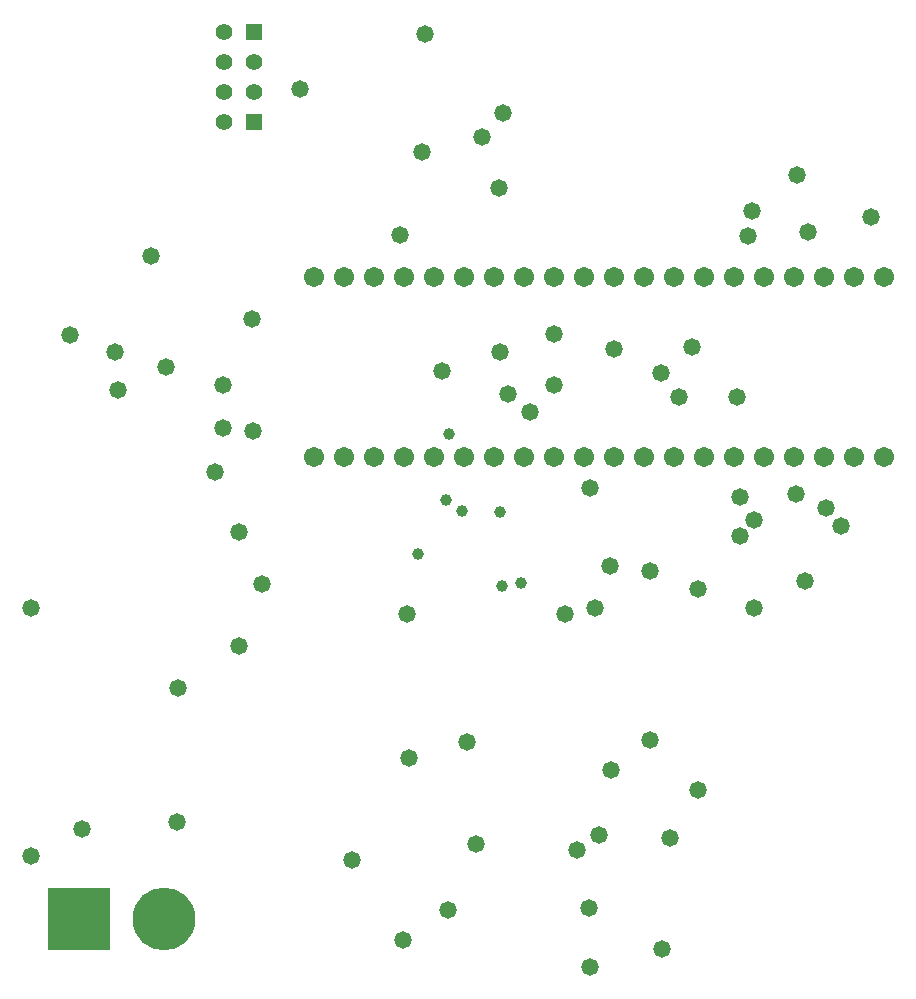
<source format=gbs>
G04*
G04 #@! TF.GenerationSoftware,Altium Limited,Altium Designer,19.1.5 (86)*
G04*
G04 Layer_Color=16711935*
%FSLAX44Y44*%
%MOMM*%
G71*
G01*
G75*
%ADD81R,1.3652X1.3652*%
%ADD82C,1.4034*%
%ADD83C,5.3032*%
%ADD84R,5.3032X5.3032*%
%ADD85C,1.7032*%
%ADD86C,1.4732*%
%ADD87C,1.0028*%
D81*
X203200Y727710D02*
D03*
Y803910D02*
D03*
D82*
Y753110D02*
D03*
Y778510D02*
D03*
X177800D02*
D03*
Y753110D02*
D03*
Y727710D02*
D03*
Y803910D02*
D03*
D83*
X127000Y53340D02*
D03*
D84*
X55370D02*
D03*
D85*
X482893Y444500D02*
D03*
X457493D02*
D03*
X432093D02*
D03*
X381293D02*
D03*
X406693D02*
D03*
X355693D02*
D03*
X330493D02*
D03*
X305093D02*
D03*
X279693D02*
D03*
X254293D02*
D03*
Y596900D02*
D03*
X279693D02*
D03*
X305093D02*
D03*
X330493D02*
D03*
X355693D02*
D03*
X406693D02*
D03*
X381293D02*
D03*
X432093D02*
D03*
X457493D02*
D03*
X482893D02*
D03*
X508293Y444500D02*
D03*
X533693D02*
D03*
X559093D02*
D03*
X584493D02*
D03*
X609893D02*
D03*
X660693D02*
D03*
X635293D02*
D03*
X686093D02*
D03*
X711493D02*
D03*
X736893D02*
D03*
Y596900D02*
D03*
X711493D02*
D03*
X686093D02*
D03*
X635293D02*
D03*
X660693D02*
D03*
X609693D02*
D03*
X584493D02*
D03*
X559093D02*
D03*
X533693D02*
D03*
X508293D02*
D03*
D86*
X491490Y316230D02*
D03*
X505460Y179070D02*
D03*
X538480Y347980D02*
D03*
Y204470D02*
D03*
X554990Y121920D02*
D03*
X487680Y12700D02*
D03*
X476250Y111760D02*
D03*
X495300Y124460D02*
D03*
X383540Y203200D02*
D03*
X328930Y35560D02*
D03*
X347980Y802640D02*
D03*
X508000Y535940D02*
D03*
X624840Y652780D02*
D03*
X662940Y683260D02*
D03*
X725170Y647700D02*
D03*
X671970Y634860D02*
D03*
X326390Y632460D02*
D03*
X621030Y631190D02*
D03*
X396522Y715292D02*
D03*
X345440Y702310D02*
D03*
X410210Y671830D02*
D03*
X414020Y735330D02*
D03*
X574040Y537210D02*
D03*
X201676Y560578D02*
D03*
X548640Y27940D02*
D03*
X486410Y62230D02*
D03*
X457200Y548640D02*
D03*
X137795Y135255D02*
D03*
X190500Y284480D02*
D03*
Y381000D02*
D03*
X170180Y431800D02*
D03*
X209550Y336550D02*
D03*
X138430Y248920D02*
D03*
X57150Y129540D02*
D03*
X391160Y116840D02*
D03*
X285750Y102870D02*
D03*
X334010Y189230D02*
D03*
X332740Y311150D02*
D03*
X669290Y339090D02*
D03*
X115570Y614680D02*
D03*
X46990Y547370D02*
D03*
X626110Y316230D02*
D03*
X87919Y500900D02*
D03*
X85090Y533400D02*
D03*
X367030Y60960D02*
D03*
X687070Y401320D02*
D03*
X699770Y386080D02*
D03*
X614774Y410116D02*
D03*
X626110Y391160D02*
D03*
X614680Y377190D02*
D03*
X436880Y482600D02*
D03*
X457200Y505460D02*
D03*
X411480Y533400D02*
D03*
X361950Y516890D02*
D03*
X13970Y106680D02*
D03*
X661670Y412750D02*
D03*
X128270Y520700D02*
D03*
X612140Y495300D02*
D03*
X579120Y332740D02*
D03*
Y162560D02*
D03*
X466090Y311150D02*
D03*
X504190Y351790D02*
D03*
X562610Y495300D02*
D03*
X487680Y417830D02*
D03*
X13970Y316230D02*
D03*
X242446Y755774D02*
D03*
X201930Y466090D02*
D03*
X176530Y468630D02*
D03*
Y505460D02*
D03*
X417830Y497840D02*
D03*
X547370Y515620D02*
D03*
D87*
X379214Y398264D02*
D03*
X365760Y407670D02*
D03*
X412750Y335280D02*
D03*
X411480Y397510D02*
D03*
X341630Y361950D02*
D03*
X429260Y337820D02*
D03*
X368300Y463550D02*
D03*
M02*

</source>
